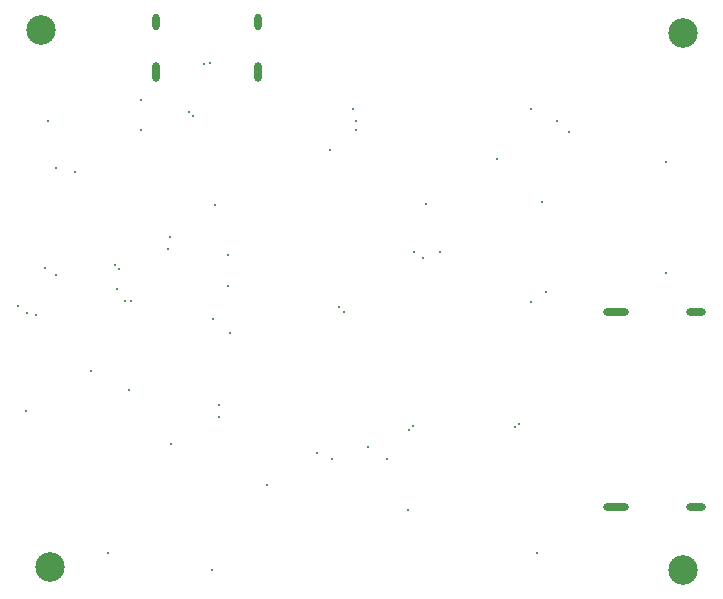
<source format=gbr>
%TF.GenerationSoftware,Altium Limited,Altium Designer,23.4.1 (23)*%
G04 Layer_Color=0*
%FSLAX45Y45*%
%MOMM*%
%TF.SameCoordinates,1140DA37-B3DB-4B23-8321-DC1501029C55*%
%TF.FilePolarity,Positive*%
%TF.FileFunction,Plated,1,2,PTH,Drill*%
%TF.Part,Single*%
G01*
G75*
%TA.AperFunction,ComponentDrill*%
%ADD70O,0.60000X1.70000*%
%ADD71O,0.60000X1.40000*%
%ADD72O,1.70000X0.60000*%
%ADD73O,2.20000X0.60000*%
%TA.AperFunction,ViaDrill,NotFilled*%
%ADD74C,0.20000*%
%ADD75C,2.50000*%
D70*
X12814101Y7100400D02*
D03*
X13678101D02*
D03*
D71*
X12814101Y7518400D02*
D03*
X13678101D02*
D03*
D72*
X17382600Y5066800D02*
D03*
Y3416800D02*
D03*
D73*
X16704601Y5066800D02*
D03*
Y3416800D02*
D03*
D74*
X14173199Y3873500D02*
D03*
X14605000Y3924300D02*
D03*
X14770100Y3822700D02*
D03*
X14303400Y3819500D02*
D03*
X12585700Y4406900D02*
D03*
X12261850Y4565650D02*
D03*
X16040100Y3022600D02*
D03*
X13284200Y2882900D02*
D03*
X13309599Y5969000D02*
D03*
X14503400Y6604000D02*
D03*
Y6680200D02*
D03*
X14363699Y5105400D02*
D03*
X14401801Y5067300D02*
D03*
X12687300Y6858000D02*
D03*
Y6604000D02*
D03*
X14287500Y6438900D02*
D03*
X17132300Y6337300D02*
D03*
Y5397500D02*
D03*
X12128500Y6248400D02*
D03*
X11963400Y6286500D02*
D03*
X11722100Y5054600D02*
D03*
X11709400Y4229100D02*
D03*
X12941299Y3949700D02*
D03*
X13747701Y3600400D02*
D03*
X13423900Y5283200D02*
D03*
Y5549900D02*
D03*
X12484100Y5257800D02*
D03*
X11899900Y6680200D02*
D03*
X11963400Y5384095D02*
D03*
X12407900Y3022600D02*
D03*
X11874500Y5435600D02*
D03*
X15989301Y6781800D02*
D03*
X14478000D02*
D03*
X14947900Y3390900D02*
D03*
X16078200Y5994400D02*
D03*
X15214600Y5575300D02*
D03*
X15697200Y6362700D02*
D03*
X15074899Y5528113D02*
D03*
X13216100Y7169063D02*
D03*
X12496800Y5434895D02*
D03*
X12464697Y5467703D02*
D03*
X13093700Y6756400D02*
D03*
X13125803Y6724297D02*
D03*
X12928600Y5702300D02*
D03*
X12603000Y5156200D02*
D03*
X13271500Y7175500D02*
D03*
X13347701Y4279900D02*
D03*
Y4178300D02*
D03*
X11645900Y5118100D02*
D03*
X11798300Y5041900D02*
D03*
X12547600Y5156200D02*
D03*
X12915900Y5600700D02*
D03*
X13296899Y5003800D02*
D03*
X13436600Y4889500D02*
D03*
X16306799Y6591300D02*
D03*
X16205200Y6680200D02*
D03*
X16116299Y5232400D02*
D03*
X15988699Y5155600D02*
D03*
X15100301Y5981700D02*
D03*
X14998700Y5575300D02*
D03*
X15881703Y4121503D02*
D03*
X15849600Y4089400D02*
D03*
X14953897Y4069997D02*
D03*
X14986000Y4102100D02*
D03*
D75*
X11836400Y7454900D02*
D03*
X11912600Y2908300D02*
D03*
X17272000Y2882900D02*
D03*
Y7429500D02*
D03*
%TF.MD5,14dd07fe9d80c499e6167f48192f5aee*%
M02*

</source>
